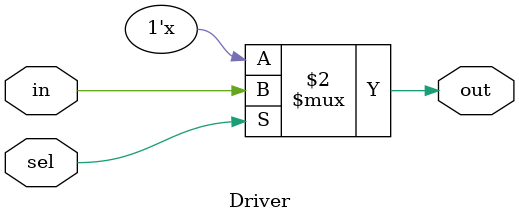
<source format=v>
/*
 * Generated by Digital. Don't modify this file!
 * Any changes will be lost if this file is regenerated.
 */

// 8-line to 3-Line priority encoder
module \74148  (
  input EI,
  input \0 ,
  input \1 ,
  input \2 ,
  input \3 ,
  input \4 ,
  input \5 ,
  input \6 ,
  input \7 ,
  input VCC,
  input GND,
  output A2,
  output A1,
  output A0,
  output GS,
  output E0
);
  wire s0;
  wire s1;
  wire s2;
  wire s3;
  assign A2 = ((\4  & \5  & \6  & \7 ) | EI);
  assign GS = ((\0  & \1  & \2  & \3  & \4  & \5  & \6  & \7 ) | EI);
  assign s2 = ~ \2 ;
  assign s0 = ~ \4 ;
  assign s1 = ~ \5 ;
  assign s3 = ~ \6 ;
  assign A1 = ((\2  & \3  & \6  & \7 ) | (s0 & \6  & \7 ) | (s1 & \6  & \7 ) | EI);
  assign A0 = ((\1  & \3  & \5  & \7 ) | (s2 & \3  & \5  & \7 ) | (s0 & \5  & \7 ) | (s3 & \7 ) | EI);
  assign E0 = (~ \0  | ~ \1  | s2 | ~ \3  | s0 | s1 | s3 | ~ \7  | EI);
endmodule

module Driver
(
    input in,
    input sel,
    output out
);
    assign out = (sel == 1'b1)? in : 1'bz;
endmodule

</source>
